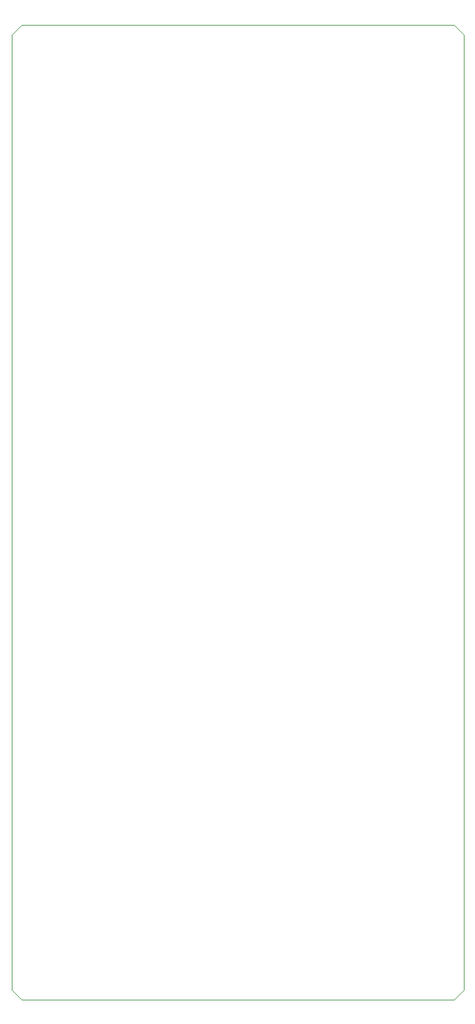
<source format=gm1>
G04 #@! TF.GenerationSoftware,KiCad,Pcbnew,(5.1.2-1)-1*
G04 #@! TF.CreationDate,2019-05-31T08:15:57+01:00*
G04 #@! TF.ProjectId,A500 Expansion Blinkenlights,41353030-2045-4787-9061-6e73696f6e20,rev?*
G04 #@! TF.SameCoordinates,Original*
G04 #@! TF.FileFunction,Profile,NP*
%FSLAX46Y46*%
G04 Gerber Fmt 4.6, Leading zero omitted, Abs format (unit mm)*
G04 Created by KiCad (PCBNEW (5.1.2-1)-1) date 2019-05-31 08:15:57*
%MOMM*%
%LPD*%
G04 APERTURE LIST*
%ADD10C,0.050000*%
G04 APERTURE END LIST*
D10*
X185420000Y-153543000D02*
X185420000Y-30353000D01*
X184150000Y-154813000D02*
X185420000Y-153543000D01*
X128270000Y-154813000D02*
X184150000Y-154813000D01*
X127000000Y-153543000D02*
X128270000Y-154813000D01*
X127000000Y-30353000D02*
X127000000Y-153543000D01*
X128270000Y-29083000D02*
X127000000Y-30353000D01*
X184150000Y-29083000D02*
X128270000Y-29083000D01*
X185420000Y-30353000D02*
X184150000Y-29083000D01*
M02*

</source>
